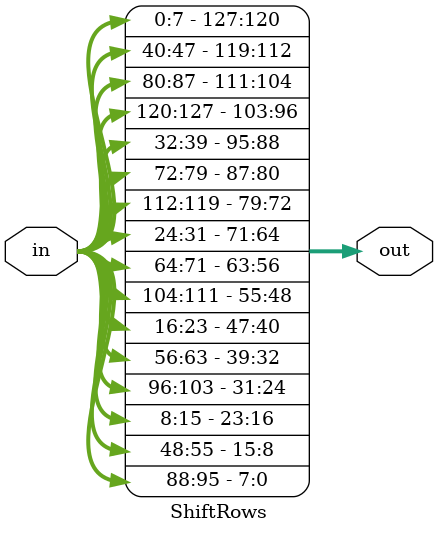
<source format=v>
module ShiftRows(input [0:127]in,output[0:127] out);
  genvar i;
  //row 1
assign out[0:7]=in[0:7];
assign out[32:39]=in[32:39];
assign out[64:71]=in[64:71];
assign out[96:103]=in[96:103];
  //row 2
assign out[8:15]=in[40:47];
assign out[40:47]=in[72:79];
assign out[72:79]=in[104:111];
assign out[104:111]=in[8:15];
    //row 3
assign out[16:23]=in[80:87];
assign out[48:55]=in[112:119];
assign out[80:87]=in[16:23];
assign out[112:119]=in[48:55];
    //row 4
assign out[24:31]=in[120:127];
assign out[56:63]=in[24:31];
assign out[88:95]=in[56:63];
assign out[120:127]=in[88:95];

endmodule

</source>
